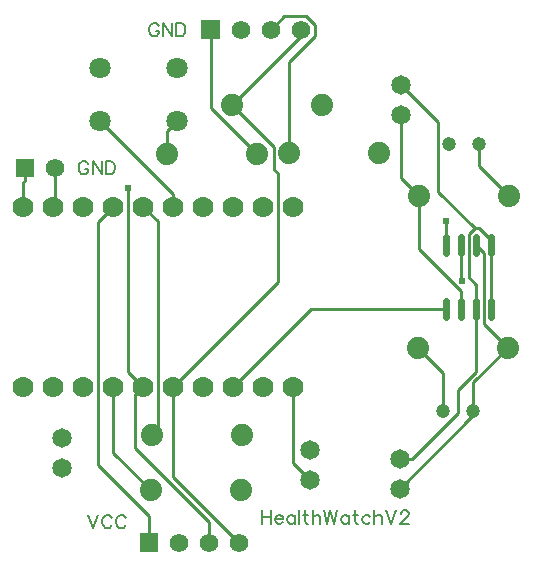
<source format=gtl>
G04 Layer: TopLayer*
G04 EasyEDA v6.4.25, 2021-11-28T11:33:34--5:00*
G04 3e069f70b0c04cf4b9dc543adf14206e,103c4985fa89468a83afb685d03d8d7e,10*
G04 Gerber Generator version 0.2*
G04 Scale: 100 percent, Rotated: No, Reflected: No *
G04 Dimensions in millimeters *
G04 leading zeros omitted , absolute positions ,4 integer and 5 decimal *
%FSLAX45Y45*%
%MOMM*%

%ADD10C,0.2540*%
%ADD11C,0.5684*%
%ADD12C,0.2032*%
%ADD13C,0.6100*%
%ADD14C,1.7780*%
%ADD15R,1.5748X1.5748*%
%ADD16C,1.5748*%
%ADD17C,1.1938*%
%ADD18C,1.6510*%
%ADD19C,1.8796*%
%ADD20C,1.8000*%

%LPD*%
D12*
X2685288Y3649726D02*
G01*
X2679954Y3660647D01*
X2669031Y3671570D01*
X2658109Y3677157D01*
X2636265Y3677157D01*
X2625343Y3671570D01*
X2614422Y3660647D01*
X2608834Y3649726D01*
X2603500Y3633470D01*
X2603500Y3606292D01*
X2608834Y3589781D01*
X2614422Y3578860D01*
X2625343Y3567937D01*
X2636265Y3562604D01*
X2658109Y3562604D01*
X2669031Y3567937D01*
X2679954Y3578860D01*
X2685288Y3589781D01*
X2685288Y3606292D01*
X2658109Y3606292D02*
G01*
X2685288Y3606292D01*
X2721356Y3677157D02*
G01*
X2721356Y3562604D01*
X2721356Y3677157D02*
G01*
X2797556Y3562604D01*
X2797556Y3677157D02*
G01*
X2797556Y3562604D01*
X2833624Y3677157D02*
G01*
X2833624Y3562604D01*
X2833624Y3677157D02*
G01*
X2871977Y3677157D01*
X2888234Y3671570D01*
X2899156Y3660647D01*
X2904490Y3649726D01*
X2910077Y3633470D01*
X2910077Y3606292D01*
X2904490Y3589781D01*
X2899156Y3578860D01*
X2888234Y3567937D01*
X2871977Y3562604D01*
X2833624Y3562604D01*
X2679700Y679957D02*
G01*
X2723388Y565404D01*
X2767075Y679957D02*
G01*
X2723388Y565404D01*
X2884677Y652526D02*
G01*
X2879343Y663447D01*
X2868422Y674370D01*
X2857500Y679957D01*
X2835656Y679957D01*
X2824734Y674370D01*
X2813811Y663447D01*
X2808477Y652526D01*
X2802890Y636270D01*
X2802890Y609092D01*
X2808477Y592581D01*
X2813811Y581660D01*
X2824734Y570737D01*
X2835656Y565404D01*
X2857500Y565404D01*
X2868422Y570737D01*
X2879343Y581660D01*
X2884677Y592581D01*
X3002534Y652526D02*
G01*
X2997200Y663447D01*
X2986277Y674370D01*
X2975356Y679957D01*
X2953511Y679957D01*
X2942590Y674370D01*
X2931668Y663447D01*
X2926334Y652526D01*
X2920745Y636270D01*
X2920745Y609092D01*
X2926334Y592581D01*
X2931668Y581660D01*
X2942590Y570737D01*
X2953511Y565404D01*
X2975356Y565404D01*
X2986277Y570737D01*
X2997200Y581660D01*
X3002534Y592581D01*
X3282188Y4818126D02*
G01*
X3276854Y4829047D01*
X3265931Y4839970D01*
X3255009Y4845557D01*
X3233165Y4845557D01*
X3222243Y4839970D01*
X3211322Y4829047D01*
X3205734Y4818126D01*
X3200400Y4801870D01*
X3200400Y4774692D01*
X3205734Y4758181D01*
X3211322Y4747260D01*
X3222243Y4736337D01*
X3233165Y4731004D01*
X3255009Y4731004D01*
X3265931Y4736337D01*
X3276854Y4747260D01*
X3282188Y4758181D01*
X3282188Y4774692D01*
X3255009Y4774692D02*
G01*
X3282188Y4774692D01*
X3318256Y4845557D02*
G01*
X3318256Y4731004D01*
X3318256Y4845557D02*
G01*
X3394456Y4731004D01*
X3394456Y4845557D02*
G01*
X3394456Y4731004D01*
X3430524Y4845557D02*
G01*
X3430524Y4731004D01*
X3430524Y4845557D02*
G01*
X3468877Y4845557D01*
X3485134Y4839970D01*
X3496056Y4829047D01*
X3501390Y4818126D01*
X3506977Y4801870D01*
X3506977Y4774692D01*
X3501390Y4758181D01*
X3496056Y4747260D01*
X3485134Y4736337D01*
X3468877Y4731004D01*
X3430524Y4731004D01*
X4152900Y718057D02*
G01*
X4152900Y603504D01*
X4229354Y718057D02*
G01*
X4229354Y603504D01*
X4152900Y663447D02*
G01*
X4229354Y663447D01*
X4265168Y647192D02*
G01*
X4330700Y647192D01*
X4330700Y658113D01*
X4325365Y668781D01*
X4319777Y674370D01*
X4308856Y679704D01*
X4292600Y679704D01*
X4281677Y674370D01*
X4270756Y663447D01*
X4265168Y647192D01*
X4265168Y636270D01*
X4270756Y619760D01*
X4281677Y608837D01*
X4292600Y603504D01*
X4308856Y603504D01*
X4319777Y608837D01*
X4330700Y619760D01*
X4432045Y679704D02*
G01*
X4432045Y603504D01*
X4432045Y663447D02*
G01*
X4421377Y674370D01*
X4410456Y679704D01*
X4393945Y679704D01*
X4383024Y674370D01*
X4372102Y663447D01*
X4366768Y647192D01*
X4366768Y636270D01*
X4372102Y619760D01*
X4383024Y608837D01*
X4393945Y603504D01*
X4410456Y603504D01*
X4421377Y608837D01*
X4432045Y619760D01*
X4468113Y718057D02*
G01*
X4468113Y603504D01*
X4520438Y718057D02*
G01*
X4520438Y625347D01*
X4526025Y608837D01*
X4536947Y603504D01*
X4547870Y603504D01*
X4504181Y679704D02*
G01*
X4542281Y679704D01*
X4583684Y718057D02*
G01*
X4583684Y603504D01*
X4583684Y658113D02*
G01*
X4600193Y674370D01*
X4611115Y679704D01*
X4627372Y679704D01*
X4638293Y674370D01*
X4643881Y658113D01*
X4643881Y603504D01*
X4679695Y718057D02*
G01*
X4707127Y603504D01*
X4734306Y718057D02*
G01*
X4707127Y603504D01*
X4734306Y718057D02*
G01*
X4761738Y603504D01*
X4788915Y718057D02*
G01*
X4761738Y603504D01*
X4890261Y679704D02*
G01*
X4890261Y603504D01*
X4890261Y663447D02*
G01*
X4879340Y674370D01*
X4868418Y679704D01*
X4852161Y679704D01*
X4841240Y674370D01*
X4830318Y663447D01*
X4824984Y647192D01*
X4824984Y636270D01*
X4830318Y619760D01*
X4841240Y608837D01*
X4852161Y603504D01*
X4868418Y603504D01*
X4879340Y608837D01*
X4890261Y619760D01*
X4942840Y718057D02*
G01*
X4942840Y625347D01*
X4948174Y608837D01*
X4959095Y603504D01*
X4970018Y603504D01*
X4926329Y679704D02*
G01*
X4964429Y679704D01*
X5071363Y663447D02*
G01*
X5060441Y674370D01*
X5049520Y679704D01*
X5033263Y679704D01*
X5022341Y674370D01*
X5011420Y663447D01*
X5006086Y647192D01*
X5006086Y636270D01*
X5011420Y619760D01*
X5022341Y608837D01*
X5033263Y603504D01*
X5049520Y603504D01*
X5060441Y608837D01*
X5071363Y619760D01*
X5107431Y718057D02*
G01*
X5107431Y603504D01*
X5107431Y658113D02*
G01*
X5123688Y674370D01*
X5134609Y679704D01*
X5151120Y679704D01*
X5162041Y674370D01*
X5167375Y658113D01*
X5167375Y603504D01*
X5203443Y718057D02*
G01*
X5247131Y603504D01*
X5290820Y718057D02*
G01*
X5247131Y603504D01*
X5332222Y690626D02*
G01*
X5332222Y696213D01*
X5337556Y707136D01*
X5343143Y712470D01*
X5354065Y718057D01*
X5375909Y718057D01*
X5386831Y712470D01*
X5392165Y707136D01*
X5397754Y696213D01*
X5397754Y685292D01*
X5392165Y674370D01*
X5381243Y658113D01*
X5326634Y603504D01*
X5403088Y603504D01*
D10*
X2146305Y3619502D02*
G01*
X2146305Y3507869D01*
X2146305Y3507869D02*
G01*
X2133605Y3495169D01*
X2133605Y3289302D01*
X5969005Y2421892D02*
G01*
X5969005Y2628953D01*
X5905505Y2692453D01*
X5905505Y3055241D01*
X5955085Y3104822D01*
X5321305Y1155702D02*
G01*
X5426003Y1155702D01*
X5816605Y1546303D01*
X5816605Y1740994D01*
X5969005Y1893394D01*
X5969005Y2421892D01*
X2400305Y3619502D02*
G01*
X2400305Y3302002D01*
X2387605Y3289302D01*
X4559305Y977902D02*
G01*
X4419605Y1117602D01*
X4419605Y1765302D01*
X4114805Y3733802D02*
G01*
X3721105Y4127502D01*
X3721105Y4787902D01*
X5955085Y3104822D02*
G01*
X5995268Y3104822D01*
X6096005Y3004085D01*
X6096005Y2962912D01*
X5955085Y3104822D02*
G01*
X5646018Y3413889D01*
X5646018Y4005988D01*
X5334005Y4318002D01*
X6096005Y2421892D02*
G01*
X6096005Y2962912D01*
X5715005Y2962912D02*
G01*
X5715005Y3166087D01*
X3200405Y444502D02*
G01*
X3200405Y673331D01*
X2768605Y1105131D01*
X2768605Y3162302D01*
X2895605Y3289302D01*
X3225805Y1358902D02*
G01*
X3274192Y1407289D01*
X3274192Y3164715D01*
X3149605Y3289302D01*
X2786385Y4016758D02*
G01*
X3403605Y3399538D01*
X3403605Y3289302D01*
X3213105Y889002D02*
G01*
X2895605Y1206502D01*
X2895605Y1765302D01*
X3149605Y1765302D02*
G01*
X3022630Y1892277D01*
X3022630Y3445791D01*
X3708405Y444502D02*
G01*
X3708405Y620702D01*
X3083514Y1245593D01*
X3083514Y1699211D01*
X3149605Y1765302D01*
X4381505Y3746502D02*
G01*
X4381505Y4512287D01*
X4602586Y4733368D01*
X4602586Y4826307D01*
X4527301Y4901592D01*
X4342795Y4901592D01*
X4229105Y4787902D01*
X3898905Y4152902D02*
G01*
X4254505Y3797302D01*
X4254505Y3606904D01*
X4292605Y3568804D01*
X4292605Y2654302D01*
X3403605Y1765302D01*
X3898905Y4152902D02*
G01*
X4483105Y4737102D01*
X4483105Y4787902D01*
X3962405Y444502D02*
G01*
X3403605Y1003302D01*
X3403605Y1765302D01*
X5842005Y2962912D02*
G01*
X5842005Y2666291D01*
X5851961Y2656334D01*
X5473705Y2095502D02*
G01*
X5689605Y1879602D01*
X5689605Y1562102D01*
X5715005Y2421892D02*
G01*
X4568195Y2421892D01*
X3911605Y1765302D01*
X6248405Y3378202D02*
G01*
X5994405Y3632202D01*
X5994405Y3822702D01*
X5943605Y1562102D02*
G01*
X5943605Y1803402D01*
X6235705Y2095502D01*
X6235705Y2095502D02*
G01*
X6032505Y2298702D01*
X6032505Y2899412D01*
X5969005Y2962912D01*
X5321305Y901702D02*
G01*
X5943605Y1524002D01*
X5943605Y1562102D01*
X5486405Y3378202D02*
G01*
X5486405Y2932254D01*
X5842005Y2576654D01*
X5842005Y2421892D01*
X5486405Y3378202D02*
G01*
X5334005Y3530602D01*
X5334005Y4064002D01*
X3436625Y4016758D02*
G01*
X3352805Y3932938D01*
X3352805Y3733802D01*
D11*
X5715000Y2490980D02*
G01*
X5715000Y2352799D01*
X5842000Y2490980D02*
G01*
X5842000Y2352799D01*
X5969000Y2490980D02*
G01*
X5969000Y2352799D01*
X6096000Y2490980D02*
G01*
X6096000Y2352799D01*
X5715000Y3032000D02*
G01*
X5715000Y2893819D01*
X5842000Y3032000D02*
G01*
X5842000Y2893819D01*
X5969000Y3032000D02*
G01*
X5969000Y2893819D01*
X6096000Y3032000D02*
G01*
X6096000Y2893819D01*
D14*
G01*
X2133600Y3289300D03*
G01*
X2387600Y3289300D03*
G01*
X2641600Y3289300D03*
G01*
X2895600Y3289300D03*
G01*
X3149600Y3289300D03*
G01*
X3403600Y3289300D03*
G01*
X3657600Y3289300D03*
G01*
X3911600Y3289300D03*
G01*
X4165600Y3289300D03*
G01*
X4419600Y3289300D03*
G01*
X2133600Y1765300D03*
G01*
X2387600Y1765300D03*
G01*
X2641600Y1765300D03*
G01*
X2895600Y1765300D03*
G01*
X3149600Y1765300D03*
G01*
X3403600Y1765300D03*
G01*
X3657600Y1765300D03*
G01*
X3911600Y1765300D03*
G01*
X4165600Y1765300D03*
G01*
X4419600Y1765300D03*
D15*
G01*
X2146300Y3619500D03*
D16*
G01*
X2400300Y3619500D03*
D17*
G01*
X5689600Y1562100D03*
G01*
X5943600Y1562100D03*
G01*
X5740400Y3822700D03*
G01*
X5994400Y3822700D03*
G36*
X3642359Y4866639D02*
G01*
X3799840Y4866639D01*
X3799840Y4709160D01*
X3642359Y4709160D01*
G37*
D16*
G01*
X3975100Y4787900D03*
G01*
X4229100Y4787900D03*
G01*
X4483100Y4787900D03*
G36*
X3121659Y523239D02*
G01*
X3279140Y523239D01*
X3279140Y365760D01*
X3121659Y365760D01*
G37*
G01*
X3454400Y444500D03*
G01*
X3708400Y444500D03*
G01*
X3962400Y444500D03*
D18*
G01*
X2463800Y1333500D03*
G01*
X2463800Y1079500D03*
G01*
X5321300Y1155700D03*
G01*
X5321300Y901700D03*
G01*
X4559300Y1231900D03*
G01*
X4559300Y977900D03*
G01*
X5334000Y4318000D03*
G01*
X5334000Y4064000D03*
D19*
G01*
X3225800Y1358900D03*
G01*
X3987800Y1358900D03*
G01*
X3213100Y889000D03*
G01*
X3975100Y889000D03*
G01*
X3352800Y3733800D03*
G01*
X4114800Y3733800D03*
G01*
X5473700Y2095500D03*
G01*
X6235700Y2095500D03*
G01*
X5486400Y3378200D03*
G01*
X6248400Y3378200D03*
G01*
X4381500Y3746500D03*
G01*
X5143500Y3746500D03*
G01*
X3898900Y4152900D03*
G01*
X4660900Y4152900D03*
D20*
G01*
X2786379Y4466844D03*
G01*
X2786379Y4016755D03*
G01*
X3436620Y4466844D03*
G01*
X3436620Y4016755D03*
D13*
G01*
X5715000Y3166084D03*
G01*
X3022625Y3445789D03*
G01*
X5851956Y2656331D03*
M02*

</source>
